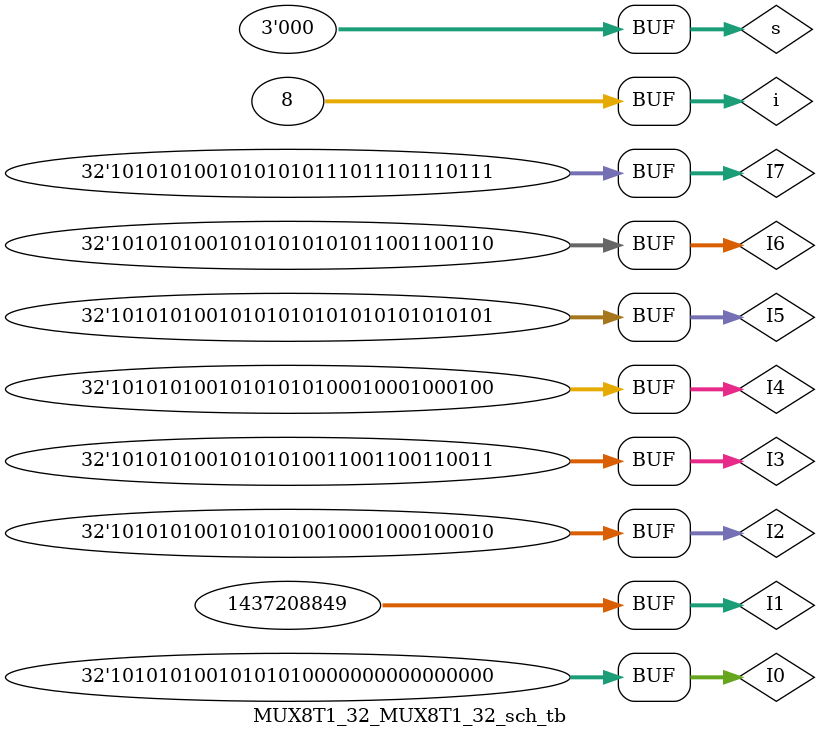
<source format=v>

`timescale 1ns / 1ps

module MUX8T1_32_MUX8T1_32_sch_tb();

// Inputs
   reg [31:0] I0;
   reg [31:0] I1;
   reg [31:0] I2;
   reg [31:0] I3;
   reg [31:0] I4;
   reg [31:0] I5;
   reg [31:0] I6;
   reg [31:0] I7;
   reg [2:0] s;

// Output
   wire [31:0] o;

// Bidirs

// Instantiate the UUT
   MUX8T1_32 UUT (
		.I0(I0), 
		.I1(I1), 
		.o(o), 
		.I2(I2), 
		.I3(I3), 
		.I4(I4), 
		.I5(I5), 
		.I6(I6), 
		.I7(I7), 
		.s(s)
   );
// Initialize Inputs
integer i = 0;
   //`ifdef auto_init
       initial begin
		I0 = 32'hAA550000;
		I1 = 32'h55AA1111;
		I2 = 32'hAA552222;
		I3 = 32'hAA553333;
		I4 = 32'hAA554444;
		I5 = 32'hAA555555;
		
		I6 = 32'hAA555666;
		I7 = 32'hAA557777;
		s = 0;
		for(i=0;i<=7; i = i+1)begin
			#50 s = i +1;
			end
			#50 s=0;
   //`endif
	end
endmodule

</source>
